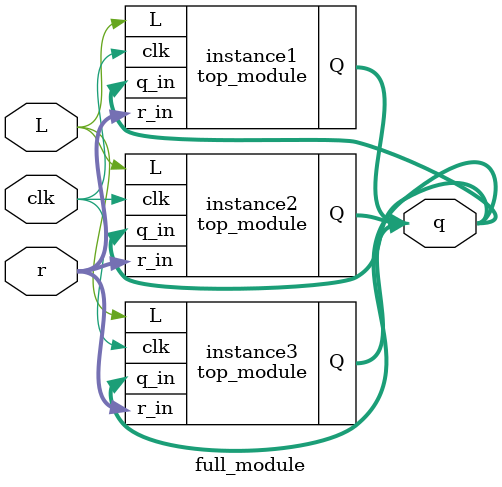
<source format=sv>
module top_module(
    input clk,
    input L,
    input [2:0] q_in,
    input [2:0] r_in,
    output reg [2:0] Q
);

    always @(posedge clk) begin
        if (L) begin
            Q <= r_in;
        end else begin
            Q <= {Q[1] ^ Q[2], Q[0], Q[2]};
        end
    end

endmodule
module full_module (
    input [2:0] r,
    input L,
    input clk,
    output reg [2:0] q
);

    top_module instance1 (.clk(clk), .L(L), .q_in(q), .r_in(r), .Q(q));
    top_module instance2 (.clk(clk), .L(L), .q_in(q), .r_in(r), .Q(q));
    top_module instance3 (.clk(clk), .L(L), .q_in(q), .r_in(r), .Q(q));

endmodule

</source>
